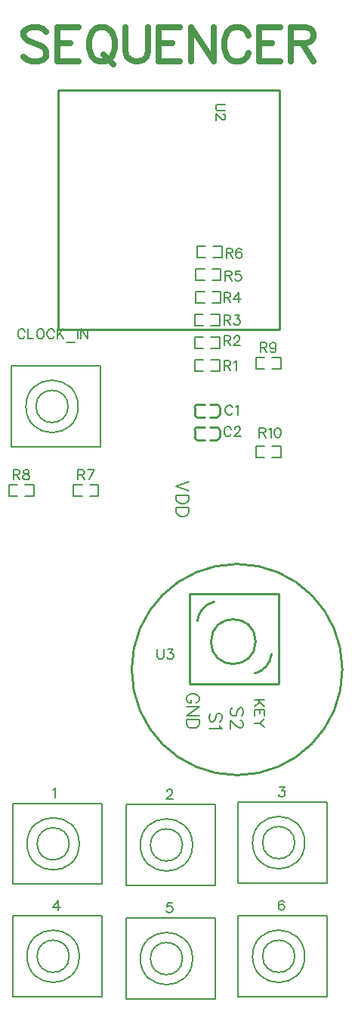
<source format=gto>
G04 Layer: TopSilkscreenLayer*
G04 EasyEDA v6.5.22, 2023-02-15 17:28:14*
G04 889346655b5e4dd39cbf71a95156414b,7be1179030e74d40a97a3c751b95adb4,10*
G04 Gerber Generator version 0.2*
G04 Scale: 100 percent, Rotated: No, Reflected: No *
G04 Dimensions in millimeters *
G04 leading zeros omitted , absolute positions ,4 integer and 5 decimal *
%FSLAX45Y45*%
%MOMM*%

%ADD10C,0.7000*%
%ADD11C,0.1524*%
%ADD12C,0.2032*%
%ADD13C,0.2540*%
%ADD14C,0.1800*%
%ADD15C,0.0196*%

%LPD*%
D10*
X-3403092Y4539995D02*
G01*
X-3439413Y4576571D01*
X-3494023Y4594605D01*
X-3566668Y4594605D01*
X-3621278Y4576571D01*
X-3657600Y4539995D01*
X-3657600Y4503673D01*
X-3639312Y4467352D01*
X-3621278Y4449063D01*
X-3584955Y4431029D01*
X-3475736Y4394707D01*
X-3439413Y4376420D01*
X-3421126Y4358386D01*
X-3403092Y4321810D01*
X-3403092Y4267454D01*
X-3439413Y4230878D01*
X-3494023Y4212844D01*
X-3566668Y4212844D01*
X-3621278Y4230878D01*
X-3657600Y4267454D01*
X-3282950Y4594605D02*
G01*
X-3282950Y4212844D01*
X-3282950Y4594605D02*
G01*
X-3046729Y4594605D01*
X-3282950Y4412742D02*
G01*
X-3137662Y4412742D01*
X-3282950Y4212844D02*
G01*
X-3046729Y4212844D01*
X-2817621Y4594605D02*
G01*
X-2853944Y4576571D01*
X-2890265Y4539995D01*
X-2908554Y4503673D01*
X-2926587Y4449063D01*
X-2926587Y4358386D01*
X-2908554Y4303776D01*
X-2890265Y4267454D01*
X-2853944Y4230878D01*
X-2817621Y4212844D01*
X-2744978Y4212844D01*
X-2708402Y4230878D01*
X-2672079Y4267454D01*
X-2654045Y4303776D01*
X-2635757Y4358386D01*
X-2635757Y4449063D01*
X-2654045Y4503673D01*
X-2672079Y4539995D01*
X-2708402Y4576571D01*
X-2744978Y4594605D01*
X-2817621Y4594605D01*
X-2763012Y4285487D02*
G01*
X-2654045Y4176521D01*
X-2515870Y4594605D02*
G01*
X-2515870Y4321810D01*
X-2497581Y4267454D01*
X-2461260Y4230878D01*
X-2406650Y4212844D01*
X-2370328Y4212844D01*
X-2315718Y4230878D01*
X-2279395Y4267454D01*
X-2261362Y4321810D01*
X-2261362Y4594605D01*
X-2141220Y4594605D02*
G01*
X-2141220Y4212844D01*
X-2141220Y4594605D02*
G01*
X-1905000Y4594605D01*
X-2141220Y4412742D02*
G01*
X-1995678Y4412742D01*
X-2141220Y4212844D02*
G01*
X-1905000Y4212844D01*
X-1784857Y4594605D02*
G01*
X-1784857Y4212844D01*
X-1784857Y4594605D02*
G01*
X-1530350Y4212844D01*
X-1530350Y4594605D02*
G01*
X-1530350Y4212844D01*
X-1137665Y4503673D02*
G01*
X-1155700Y4539995D01*
X-1192276Y4576571D01*
X-1228597Y4594605D01*
X-1301242Y4594605D01*
X-1337563Y4576571D01*
X-1373886Y4539995D01*
X-1392173Y4503673D01*
X-1410207Y4449063D01*
X-1410207Y4358386D01*
X-1392173Y4303776D01*
X-1373886Y4267454D01*
X-1337563Y4230878D01*
X-1301242Y4212844D01*
X-1228597Y4212844D01*
X-1192276Y4230878D01*
X-1155700Y4267454D01*
X-1137665Y4303776D01*
X-1017523Y4594605D02*
G01*
X-1017523Y4212844D01*
X-1017523Y4594605D02*
G01*
X-781304Y4594605D01*
X-1017523Y4412742D02*
G01*
X-872236Y4412742D01*
X-1017523Y4212844D02*
G01*
X-781304Y4212844D01*
X-661162Y4594605D02*
G01*
X-661162Y4212844D01*
X-661162Y4594605D02*
G01*
X-497586Y4594605D01*
X-442976Y4576571D01*
X-424942Y4558284D01*
X-406654Y4521962D01*
X-406654Y4485639D01*
X-424942Y4449063D01*
X-442976Y4431029D01*
X-497586Y4412742D01*
X-661162Y4412742D01*
X-533907Y4412742D02*
G01*
X-406654Y4212844D01*
D11*
X-3327400Y-3931412D02*
G01*
X-3316986Y-3926078D01*
X-3301492Y-3910584D01*
X-3301492Y-4019550D01*
X-2052320Y-3949192D02*
G01*
X-2052320Y-3944112D01*
X-2046986Y-3933697D01*
X-2041905Y-3928363D01*
X-2031492Y-3923284D01*
X-2010663Y-3923284D01*
X-2000250Y-3928363D01*
X-1995170Y-3933697D01*
X-1989836Y-3944112D01*
X-1989836Y-3954526D01*
X-1995170Y-3964939D01*
X-2005329Y-3980434D01*
X-2057400Y-4032250D01*
X-1984755Y-4032250D01*
X-789686Y-3897884D02*
G01*
X-732536Y-3897884D01*
X-763778Y-3939539D01*
X-748029Y-3939539D01*
X-737870Y-3944620D01*
X-732536Y-3949700D01*
X-727455Y-3965447D01*
X-727455Y-3975862D01*
X-732536Y-3991355D01*
X-742950Y-4001770D01*
X-758444Y-4006850D01*
X-774192Y-4006850D01*
X-789686Y-4001770D01*
X-795020Y-3996689D01*
X-800100Y-3986276D01*
X-3275329Y-5167884D02*
G01*
X-3327400Y-5240528D01*
X-3249421Y-5240528D01*
X-3275329Y-5167884D02*
G01*
X-3275329Y-5276850D01*
X-1995170Y-5193284D02*
G01*
X-2046986Y-5193284D01*
X-2052320Y-5240020D01*
X-2046986Y-5234939D01*
X-2031492Y-5229605D01*
X-2015744Y-5229605D01*
X-2000250Y-5234939D01*
X-1989836Y-5245100D01*
X-1984755Y-5260847D01*
X-1984755Y-5271262D01*
X-1989836Y-5286755D01*
X-2000250Y-5297170D01*
X-2015744Y-5302250D01*
X-2031492Y-5302250D01*
X-2046986Y-5297170D01*
X-2052320Y-5292089D01*
X-2057400Y-5281676D01*
X-737870Y-5183378D02*
G01*
X-742950Y-5172963D01*
X-758444Y-5167884D01*
X-768857Y-5167884D01*
X-784605Y-5172963D01*
X-795020Y-5188712D01*
X-800100Y-5214620D01*
X-800100Y-5240528D01*
X-795020Y-5261355D01*
X-784605Y-5271770D01*
X-768857Y-5276850D01*
X-763778Y-5276850D01*
X-748029Y-5271770D01*
X-737870Y-5261355D01*
X-732536Y-5245862D01*
X-732536Y-5240528D01*
X-737870Y-5225034D01*
X-748029Y-5214620D01*
X-763778Y-5209539D01*
X-768857Y-5209539D01*
X-784605Y-5214620D01*
X-795020Y-5225034D01*
X-800100Y-5240528D01*
X-3643121Y1194307D02*
G01*
X-3648455Y1204721D01*
X-3658870Y1215136D01*
X-3669029Y1220215D01*
X-3689857Y1220215D01*
X-3700271Y1215136D01*
X-3710686Y1204721D01*
X-3716020Y1194307D01*
X-3721100Y1178560D01*
X-3721100Y1152652D01*
X-3716020Y1137157D01*
X-3710686Y1126744D01*
X-3700271Y1116329D01*
X-3689857Y1111250D01*
X-3669029Y1111250D01*
X-3658870Y1116329D01*
X-3648455Y1126744D01*
X-3643121Y1137157D01*
X-3608831Y1220215D02*
G01*
X-3608831Y1111250D01*
X-3608831Y1111250D02*
G01*
X-3546602Y1111250D01*
X-3481070Y1220215D02*
G01*
X-3491484Y1215136D01*
X-3501897Y1204721D01*
X-3506978Y1194307D01*
X-3512312Y1178560D01*
X-3512312Y1152652D01*
X-3506978Y1137157D01*
X-3501897Y1126744D01*
X-3491484Y1116329D01*
X-3481070Y1111250D01*
X-3460242Y1111250D01*
X-3449828Y1116329D01*
X-3439413Y1126744D01*
X-3434334Y1137157D01*
X-3429000Y1152652D01*
X-3429000Y1178560D01*
X-3434334Y1194307D01*
X-3439413Y1204721D01*
X-3449828Y1215136D01*
X-3460242Y1220215D01*
X-3481070Y1220215D01*
X-3316986Y1194307D02*
G01*
X-3322065Y1204721D01*
X-3332479Y1215136D01*
X-3342894Y1220215D01*
X-3363721Y1220215D01*
X-3374136Y1215136D01*
X-3384550Y1204721D01*
X-3389629Y1194307D01*
X-3394710Y1178560D01*
X-3394710Y1152652D01*
X-3389629Y1137157D01*
X-3384550Y1126744D01*
X-3374136Y1116329D01*
X-3363721Y1111250D01*
X-3342894Y1111250D01*
X-3332479Y1116329D01*
X-3322065Y1126744D01*
X-3316986Y1137157D01*
X-3282695Y1220215D02*
G01*
X-3282695Y1111250D01*
X-3209797Y1220215D02*
G01*
X-3282695Y1147571D01*
X-3256534Y1173479D02*
G01*
X-3209797Y1111250D01*
X-3175507Y1074673D02*
G01*
X-3082036Y1074673D01*
X-3047745Y1220215D02*
G01*
X-3047745Y1111250D01*
X-3013455Y1220215D02*
G01*
X-3013455Y1111250D01*
X-3013455Y1220215D02*
G01*
X-2940812Y1111250D01*
X-2940812Y1220215D02*
G01*
X-2940812Y1111250D01*
X-1319021Y343407D02*
G01*
X-1324355Y353821D01*
X-1334770Y364236D01*
X-1344929Y369315D01*
X-1365757Y369315D01*
X-1376171Y364236D01*
X-1386586Y353821D01*
X-1391920Y343407D01*
X-1397000Y327660D01*
X-1397000Y301752D01*
X-1391920Y286257D01*
X-1386586Y275844D01*
X-1376171Y265429D01*
X-1365757Y260350D01*
X-1344929Y260350D01*
X-1334770Y265429D01*
X-1324355Y275844D01*
X-1319021Y286257D01*
X-1284731Y348487D02*
G01*
X-1274318Y353821D01*
X-1258823Y369315D01*
X-1258823Y260350D01*
X-1331721Y102107D02*
G01*
X-1337055Y112521D01*
X-1347470Y122936D01*
X-1357629Y128015D01*
X-1378457Y128015D01*
X-1388871Y122936D01*
X-1399286Y112521D01*
X-1404620Y102107D01*
X-1409700Y86360D01*
X-1409700Y60452D01*
X-1404620Y44957D01*
X-1399286Y34544D01*
X-1388871Y24129D01*
X-1378457Y19050D01*
X-1357629Y19050D01*
X-1347470Y24129D01*
X-1337055Y34544D01*
X-1331721Y44957D01*
X-1292352Y102107D02*
G01*
X-1292352Y107187D01*
X-1287018Y117602D01*
X-1281937Y122936D01*
X-1271523Y128015D01*
X-1250695Y128015D01*
X-1240281Y122936D01*
X-1235202Y117602D01*
X-1229868Y107187D01*
X-1229868Y96773D01*
X-1235202Y86360D01*
X-1245615Y70865D01*
X-1297431Y19050D01*
X-1224787Y19050D01*
X-1409700Y864615D02*
G01*
X-1409700Y755650D01*
X-1409700Y864615D02*
G01*
X-1362963Y864615D01*
X-1347470Y859536D01*
X-1342136Y854202D01*
X-1337055Y843787D01*
X-1337055Y833373D01*
X-1342136Y822960D01*
X-1347470Y817879D01*
X-1362963Y812800D01*
X-1409700Y812800D01*
X-1373378Y812800D02*
G01*
X-1337055Y755650D01*
X-1302765Y843787D02*
G01*
X-1292352Y849121D01*
X-1276604Y864615D01*
X-1276604Y755650D01*
X-1409700Y1144015D02*
G01*
X-1409700Y1035050D01*
X-1409700Y1144015D02*
G01*
X-1362963Y1144015D01*
X-1347470Y1138936D01*
X-1342136Y1133602D01*
X-1337055Y1123187D01*
X-1337055Y1112773D01*
X-1342136Y1102360D01*
X-1347470Y1097279D01*
X-1362963Y1092200D01*
X-1409700Y1092200D01*
X-1373378Y1092200D02*
G01*
X-1337055Y1035050D01*
X-1297431Y1118107D02*
G01*
X-1297431Y1123187D01*
X-1292352Y1133602D01*
X-1287018Y1138936D01*
X-1276604Y1144015D01*
X-1256029Y1144015D01*
X-1245615Y1138936D01*
X-1240281Y1133602D01*
X-1235202Y1123187D01*
X-1235202Y1112773D01*
X-1240281Y1102360D01*
X-1250695Y1086865D01*
X-1302765Y1035050D01*
X-1229868Y1035050D01*
X-1409700Y1372615D02*
G01*
X-1409700Y1263650D01*
X-1409700Y1372615D02*
G01*
X-1362963Y1372615D01*
X-1347470Y1367536D01*
X-1342136Y1362202D01*
X-1337055Y1351787D01*
X-1337055Y1341373D01*
X-1342136Y1330960D01*
X-1347470Y1325879D01*
X-1362963Y1320800D01*
X-1409700Y1320800D01*
X-1373378Y1320800D02*
G01*
X-1337055Y1263650D01*
X-1292352Y1372615D02*
G01*
X-1235202Y1372615D01*
X-1266189Y1330960D01*
X-1250695Y1330960D01*
X-1240281Y1325879D01*
X-1235202Y1320800D01*
X-1229868Y1305052D01*
X-1229868Y1294637D01*
X-1235202Y1279144D01*
X-1245615Y1268729D01*
X-1261110Y1263650D01*
X-1276604Y1263650D01*
X-1292352Y1268729D01*
X-1297431Y1273810D01*
X-1302765Y1284223D01*
X-1409700Y1626615D02*
G01*
X-1409700Y1517650D01*
X-1409700Y1626615D02*
G01*
X-1362963Y1626615D01*
X-1347470Y1621536D01*
X-1342136Y1616202D01*
X-1337055Y1605787D01*
X-1337055Y1595373D01*
X-1342136Y1584960D01*
X-1347470Y1579879D01*
X-1362963Y1574800D01*
X-1409700Y1574800D01*
X-1373378Y1574800D02*
G01*
X-1337055Y1517650D01*
X-1250695Y1626615D02*
G01*
X-1302765Y1553971D01*
X-1224787Y1553971D01*
X-1250695Y1626615D02*
G01*
X-1250695Y1517650D01*
X-1397000Y1867915D02*
G01*
X-1397000Y1758950D01*
X-1397000Y1867915D02*
G01*
X-1350263Y1867915D01*
X-1334770Y1862836D01*
X-1329436Y1857502D01*
X-1324355Y1847087D01*
X-1324355Y1836673D01*
X-1329436Y1826260D01*
X-1334770Y1821179D01*
X-1350263Y1816100D01*
X-1397000Y1816100D01*
X-1360678Y1816100D02*
G01*
X-1324355Y1758950D01*
X-1227581Y1867915D02*
G01*
X-1279652Y1867915D01*
X-1284731Y1821179D01*
X-1279652Y1826260D01*
X-1263904Y1831594D01*
X-1248410Y1831594D01*
X-1232915Y1826260D01*
X-1222502Y1816100D01*
X-1217168Y1800352D01*
X-1217168Y1789937D01*
X-1222502Y1774444D01*
X-1232915Y1764029D01*
X-1248410Y1758950D01*
X-1263904Y1758950D01*
X-1279652Y1764029D01*
X-1284731Y1769110D01*
X-1290065Y1779523D01*
X-1384300Y2121915D02*
G01*
X-1384300Y2012950D01*
X-1384300Y2121915D02*
G01*
X-1337563Y2121915D01*
X-1322070Y2116836D01*
X-1316736Y2111502D01*
X-1311655Y2101087D01*
X-1311655Y2090673D01*
X-1316736Y2080260D01*
X-1322070Y2075179D01*
X-1337563Y2070100D01*
X-1384300Y2070100D01*
X-1347978Y2070100D02*
G01*
X-1311655Y2012950D01*
X-1214881Y2106421D02*
G01*
X-1220215Y2116836D01*
X-1235710Y2121915D01*
X-1246123Y2121915D01*
X-1261618Y2116836D01*
X-1272031Y2101087D01*
X-1277365Y2075179D01*
X-1277365Y2049271D01*
X-1272031Y2028444D01*
X-1261618Y2018029D01*
X-1246123Y2012950D01*
X-1240789Y2012950D01*
X-1225295Y2018029D01*
X-1214881Y2028444D01*
X-1209802Y2043937D01*
X-1209802Y2049271D01*
X-1214881Y2064765D01*
X-1225295Y2075179D01*
X-1240789Y2080260D01*
X-1246123Y2080260D01*
X-1261618Y2075179D01*
X-1272031Y2064765D01*
X-1277365Y2049271D01*
X-3048000Y-354584D02*
G01*
X-3048000Y-463550D01*
X-3048000Y-354584D02*
G01*
X-3001263Y-354584D01*
X-2985770Y-359663D01*
X-2980436Y-364997D01*
X-2975355Y-375412D01*
X-2975355Y-385826D01*
X-2980436Y-396239D01*
X-2985770Y-401320D01*
X-3001263Y-406400D01*
X-3048000Y-406400D01*
X-3011678Y-406400D02*
G01*
X-2975355Y-463550D01*
X-2868168Y-354584D02*
G01*
X-2920237Y-463550D01*
X-2941065Y-354584D02*
G01*
X-2868168Y-354584D01*
X-3771900Y-354584D02*
G01*
X-3771900Y-463550D01*
X-3771900Y-354584D02*
G01*
X-3725163Y-354584D01*
X-3709670Y-359663D01*
X-3704336Y-364997D01*
X-3699255Y-375412D01*
X-3699255Y-385826D01*
X-3704336Y-396239D01*
X-3709670Y-401320D01*
X-3725163Y-406400D01*
X-3771900Y-406400D01*
X-3735578Y-406400D02*
G01*
X-3699255Y-463550D01*
X-3638804Y-354584D02*
G01*
X-3654552Y-359663D01*
X-3659631Y-370078D01*
X-3659631Y-380492D01*
X-3654552Y-390905D01*
X-3644137Y-396239D01*
X-3623310Y-401320D01*
X-3607815Y-406400D01*
X-3597402Y-416813D01*
X-3592068Y-427228D01*
X-3592068Y-442976D01*
X-3597402Y-453389D01*
X-3602481Y-458470D01*
X-3618229Y-463550D01*
X-3638804Y-463550D01*
X-3654552Y-458470D01*
X-3659631Y-453389D01*
X-3664965Y-442976D01*
X-3664965Y-427228D01*
X-3659631Y-416813D01*
X-3649218Y-406400D01*
X-3633723Y-401320D01*
X-3612895Y-396239D01*
X-3602481Y-390905D01*
X-3597402Y-380492D01*
X-3597402Y-370078D01*
X-3602481Y-359663D01*
X-3618229Y-354584D01*
X-3638804Y-354584D01*
X-1003300Y1067815D02*
G01*
X-1003300Y958850D01*
X-1003300Y1067815D02*
G01*
X-956563Y1067815D01*
X-941070Y1062736D01*
X-935736Y1057402D01*
X-930655Y1046987D01*
X-930655Y1036573D01*
X-935736Y1026160D01*
X-941070Y1021079D01*
X-956563Y1016000D01*
X-1003300Y1016000D01*
X-966978Y1016000D02*
G01*
X-930655Y958850D01*
X-828802Y1031494D02*
G01*
X-833881Y1016000D01*
X-844295Y1005586D01*
X-859789Y1000252D01*
X-865123Y1000252D01*
X-880618Y1005586D01*
X-891031Y1016000D01*
X-896365Y1031494D01*
X-896365Y1036573D01*
X-891031Y1052321D01*
X-880618Y1062736D01*
X-865123Y1067815D01*
X-859789Y1067815D01*
X-844295Y1062736D01*
X-833881Y1052321D01*
X-828802Y1031494D01*
X-828802Y1005586D01*
X-833881Y979423D01*
X-844295Y963929D01*
X-859789Y958850D01*
X-870204Y958850D01*
X-885952Y963929D01*
X-891031Y974344D01*
X-1016000Y115315D02*
G01*
X-1016000Y6350D01*
X-1016000Y115315D02*
G01*
X-969263Y115315D01*
X-953770Y110236D01*
X-948436Y104902D01*
X-943355Y94487D01*
X-943355Y84073D01*
X-948436Y73660D01*
X-953770Y68579D01*
X-969263Y63500D01*
X-1016000Y63500D01*
X-979678Y63500D02*
G01*
X-943355Y6350D01*
X-909065Y94487D02*
G01*
X-898652Y99821D01*
X-882904Y115315D01*
X-882904Y6350D01*
X-817626Y115315D02*
G01*
X-833120Y110236D01*
X-843534Y94487D01*
X-848613Y68579D01*
X-848613Y53086D01*
X-843534Y26923D01*
X-833120Y11429D01*
X-817626Y6350D01*
X-807212Y6350D01*
X-791463Y11429D01*
X-781050Y26923D01*
X-775970Y53086D01*
X-775970Y68579D01*
X-781050Y94487D01*
X-791463Y110236D01*
X-807212Y115315D01*
X-817626Y115315D01*
X-1395984Y3733800D02*
G01*
X-1473962Y3733800D01*
X-1489455Y3728720D01*
X-1499870Y3718305D01*
X-1504950Y3702557D01*
X-1504950Y3692144D01*
X-1499870Y3676650D01*
X-1489455Y3666236D01*
X-1473962Y3661155D01*
X-1395984Y3661155D01*
X-1421892Y3621531D02*
G01*
X-1416812Y3621531D01*
X-1406397Y3616452D01*
X-1401063Y3611118D01*
X-1395984Y3600704D01*
X-1395984Y3580129D01*
X-1401063Y3569715D01*
X-1406397Y3564381D01*
X-1416812Y3559302D01*
X-1427226Y3559302D01*
X-1437639Y3564381D01*
X-1453134Y3574795D01*
X-1504950Y3626865D01*
X-1504950Y3553968D01*
D12*
X-1804382Y-482508D02*
G01*
X-1947638Y-537118D01*
X-1804382Y-591728D02*
G01*
X-1947638Y-537118D01*
X-1804382Y-636686D02*
G01*
X-1947638Y-636686D01*
X-1804382Y-636686D02*
G01*
X-1804382Y-684438D01*
X-1811240Y-705012D01*
X-1824956Y-718474D01*
X-1838418Y-725332D01*
X-1858992Y-732190D01*
X-1893028Y-732190D01*
X-1913602Y-725332D01*
X-1927064Y-718474D01*
X-1940780Y-705012D01*
X-1947638Y-684438D01*
X-1947638Y-636686D01*
X-1804382Y-777148D02*
G01*
X-1947638Y-777148D01*
X-1804382Y-777148D02*
G01*
X-1804382Y-824900D01*
X-1811240Y-845220D01*
X-1824956Y-858936D01*
X-1838418Y-865794D01*
X-1858992Y-872652D01*
X-1893028Y-872652D01*
X-1913602Y-865794D01*
X-1927064Y-858936D01*
X-1940780Y-845220D01*
X-1947638Y-824900D01*
X-1947638Y-777148D01*
X-958298Y-2920893D02*
G01*
X-1072852Y-2920893D01*
X-958298Y-2997347D02*
G01*
X-1034752Y-2920893D01*
X-1007574Y-2948325D02*
G01*
X-1072852Y-2997347D01*
X-958298Y-3033415D02*
G01*
X-1072852Y-3033415D01*
X-958298Y-3033415D02*
G01*
X-958298Y-3104281D01*
X-1012908Y-3033415D02*
G01*
X-1012908Y-3077103D01*
X-1072852Y-3033415D02*
G01*
X-1072852Y-3104281D01*
X-958298Y-3140349D02*
G01*
X-1012908Y-3183783D01*
X-1072852Y-3183783D01*
X-958298Y-3227471D02*
G01*
X-1012908Y-3183783D01*
X-1215351Y-3105304D02*
G01*
X-1201635Y-3091842D01*
X-1194777Y-3071268D01*
X-1194777Y-3044090D01*
X-1201635Y-3023516D01*
X-1215351Y-3009800D01*
X-1228813Y-3009800D01*
X-1242529Y-3016658D01*
X-1249387Y-3023516D01*
X-1256245Y-3037232D01*
X-1269961Y-3078126D01*
X-1276565Y-3091842D01*
X-1283423Y-3098446D01*
X-1297139Y-3105304D01*
X-1317459Y-3105304D01*
X-1331175Y-3091842D01*
X-1338033Y-3071268D01*
X-1338033Y-3044090D01*
X-1331175Y-3023516D01*
X-1317459Y-3009800D01*
X-1228813Y-3157120D02*
G01*
X-1222209Y-3157120D01*
X-1208493Y-3163978D01*
X-1201635Y-3170836D01*
X-1194777Y-3184552D01*
X-1194777Y-3211730D01*
X-1201635Y-3225446D01*
X-1208493Y-3232304D01*
X-1222209Y-3238908D01*
X-1235671Y-3238908D01*
X-1249387Y-3232304D01*
X-1269961Y-3218588D01*
X-1338033Y-3150262D01*
X-1338033Y-3245766D01*
X-1456651Y-3168804D02*
G01*
X-1442935Y-3155342D01*
X-1436077Y-3134768D01*
X-1436077Y-3107590D01*
X-1442935Y-3087016D01*
X-1456651Y-3073300D01*
X-1470113Y-3073300D01*
X-1483829Y-3080158D01*
X-1490687Y-3087016D01*
X-1497545Y-3100732D01*
X-1511261Y-3141626D01*
X-1517865Y-3155342D01*
X-1524723Y-3161946D01*
X-1538439Y-3168804D01*
X-1558759Y-3168804D01*
X-1572475Y-3155342D01*
X-1579333Y-3134768D01*
X-1579333Y-3107590D01*
X-1572475Y-3087016D01*
X-1558759Y-3073300D01*
X-1463509Y-3213762D02*
G01*
X-1456651Y-3227478D01*
X-1436077Y-3248052D01*
X-1579333Y-3248052D01*
X-1724113Y-2959762D02*
G01*
X-1710651Y-2952904D01*
X-1696935Y-2939442D01*
X-1690077Y-2925726D01*
X-1690077Y-2898294D01*
X-1696935Y-2884832D01*
X-1710651Y-2871116D01*
X-1724113Y-2864258D01*
X-1744687Y-2857400D01*
X-1778723Y-2857400D01*
X-1799297Y-2864258D01*
X-1812759Y-2871116D01*
X-1826475Y-2884832D01*
X-1833333Y-2898294D01*
X-1833333Y-2925726D01*
X-1826475Y-2939442D01*
X-1812759Y-2952904D01*
X-1799297Y-2959762D01*
X-1778723Y-2959762D01*
X-1778723Y-2925726D02*
G01*
X-1778723Y-2959762D01*
X-1690077Y-3004720D02*
G01*
X-1833333Y-3004720D01*
X-1690077Y-3004720D02*
G01*
X-1833333Y-3100224D01*
X-1690077Y-3100224D02*
G01*
X-1833333Y-3100224D01*
X-1690077Y-3145182D02*
G01*
X-1833333Y-3145182D01*
X-1690077Y-3145182D02*
G01*
X-1690077Y-3192934D01*
X-1696935Y-3213508D01*
X-1710651Y-3226970D01*
X-1724113Y-3233828D01*
X-1744687Y-3240686D01*
X-1778723Y-3240686D01*
X-1799297Y-3233828D01*
X-1812759Y-3226970D01*
X-1826475Y-3213508D01*
X-1833333Y-3192934D01*
X-1833333Y-3145182D01*
D11*
X-2159000Y-2361184D02*
G01*
X-2159000Y-2439162D01*
X-2153920Y-2454655D01*
X-2143505Y-2465070D01*
X-2127757Y-2470150D01*
X-2117344Y-2470150D01*
X-2101850Y-2465070D01*
X-2091436Y-2454655D01*
X-2086355Y-2439162D01*
X-2086355Y-2361184D01*
X-2041652Y-2361184D02*
G01*
X-1984502Y-2361184D01*
X-2015489Y-2402839D01*
X-1999995Y-2402839D01*
X-1989581Y-2407920D01*
X-1984502Y-2413000D01*
X-1979168Y-2428747D01*
X-1979168Y-2439162D01*
X-1984502Y-2454655D01*
X-1994915Y-2465070D01*
X-2010410Y-2470150D01*
X-2025904Y-2470150D01*
X-2041652Y-2465070D01*
X-2046731Y-2459989D01*
X-2052065Y-2449576D01*
D13*
X-3270250Y3892550D02*
G01*
X-793750Y3892550D01*
X-793750Y1212850D01*
X-3270250Y1212850D01*
X-3270250Y3892550D01*
D14*
X-3782390Y-4083913D02*
G01*
X-2782392Y-4083913D01*
X-2782392Y-4983911D01*
X-3782390Y-4983911D01*
X-3782390Y-4083913D01*
X-2512390Y-4096613D02*
G01*
X-1512392Y-4096613D01*
X-1512392Y-4996611D01*
X-2512390Y-4996611D01*
X-2512390Y-4096613D01*
X-1255090Y-4071213D02*
G01*
X-255092Y-4071213D01*
X-255092Y-4971211D01*
X-1255090Y-4971211D01*
X-1255090Y-4071213D01*
X-3782390Y-5341213D02*
G01*
X-2782392Y-5341213D01*
X-2782392Y-6241211D01*
X-3782390Y-6241211D01*
X-3782390Y-5341213D01*
X-2512390Y-5366613D02*
G01*
X-1512392Y-5366613D01*
X-1512392Y-6266611D01*
X-2512390Y-6266611D01*
X-2512390Y-5366613D01*
X-1255090Y-5341213D02*
G01*
X-255092Y-5341213D01*
X-255092Y-6241211D01*
X-1255090Y-6241211D01*
X-1255090Y-5341213D01*
X-3795090Y805586D02*
G01*
X-2795092Y805586D01*
X-2795092Y-94411D01*
X-3795090Y-94411D01*
X-3795090Y805586D01*
D13*
X-1461198Y344777D02*
G01*
X-1461198Y264774D01*
X-1572173Y375762D02*
G01*
X-1492176Y375762D01*
X-1572173Y233796D02*
G01*
X-1492176Y233796D01*
X-1629763Y376344D02*
G01*
X-1709762Y376344D01*
X-1740745Y345361D02*
G01*
X-1740745Y265363D01*
X-1629763Y234383D02*
G01*
X-1709762Y234383D01*
X-1461198Y90777D02*
G01*
X-1461198Y10774D01*
X-1572173Y121762D02*
G01*
X-1492176Y121762D01*
X-1572173Y-20203D02*
G01*
X-1492176Y-20203D01*
X-1629763Y122344D02*
G01*
X-1709762Y122344D01*
X-1740745Y91361D02*
G01*
X-1740745Y11363D01*
X-1629763Y-19616D02*
G01*
X-1709762Y-19616D01*
D11*
X-1557578Y746739D02*
G01*
X-1461691Y746739D01*
X-1461691Y878860D01*
X-1557578Y878860D01*
X-1642821Y746739D02*
G01*
X-1738708Y746739D01*
X-1738708Y878860D01*
X-1642821Y878860D01*
X-1557578Y1000739D02*
G01*
X-1461691Y1000739D01*
X-1461691Y1132860D01*
X-1557578Y1132860D01*
X-1642821Y1000739D02*
G01*
X-1738708Y1000739D01*
X-1738708Y1132860D01*
X-1642821Y1132860D01*
X-1557578Y1254739D02*
G01*
X-1461691Y1254739D01*
X-1461691Y1386860D01*
X-1557578Y1386860D01*
X-1642821Y1254739D02*
G01*
X-1738708Y1254739D01*
X-1738708Y1386860D01*
X-1642821Y1386860D01*
X-1544878Y1508739D02*
G01*
X-1448991Y1508739D01*
X-1448991Y1640860D01*
X-1544878Y1640860D01*
X-1630121Y1508739D02*
G01*
X-1726008Y1508739D01*
X-1726008Y1640860D01*
X-1630121Y1640860D01*
X-1544878Y1762739D02*
G01*
X-1448991Y1762739D01*
X-1448991Y1894860D01*
X-1544878Y1894860D01*
X-1630121Y1762739D02*
G01*
X-1726008Y1762739D01*
X-1726008Y1894860D01*
X-1630121Y1894860D01*
X-1532178Y2016739D02*
G01*
X-1436291Y2016739D01*
X-1436291Y2148860D01*
X-1532178Y2148860D01*
X-1617421Y2016739D02*
G01*
X-1713308Y2016739D01*
X-1713308Y2148860D01*
X-1617421Y2148860D01*
X-3001721Y-518139D02*
G01*
X-3097608Y-518139D01*
X-3097608Y-650260D01*
X-3001721Y-650260D01*
X-2916478Y-518139D02*
G01*
X-2820591Y-518139D01*
X-2820591Y-650260D01*
X-2916478Y-650260D01*
X-3640378Y-650260D02*
G01*
X-3544491Y-650260D01*
X-3544491Y-518139D01*
X-3640378Y-518139D01*
X-3725621Y-650260D02*
G01*
X-3821508Y-650260D01*
X-3821508Y-518139D01*
X-3725621Y-518139D01*
X-957021Y904260D02*
G01*
X-1052908Y904260D01*
X-1052908Y772139D01*
X-957021Y772139D01*
X-871778Y904260D02*
G01*
X-775891Y904260D01*
X-775891Y772139D01*
X-871778Y772139D01*
X-871778Y-218460D02*
G01*
X-775891Y-218460D01*
X-775891Y-86339D01*
X-871778Y-86339D01*
X-957021Y-218460D02*
G01*
X-1052908Y-218460D01*
X-1052908Y-86339D01*
X-957021Y-86339D01*
D13*
X-800094Y-2743192D02*
G01*
X-1800092Y-2743192D01*
X-1800092Y-1743194D01*
X-800094Y-1743194D01*
X-800094Y-2743192D01*
G75*
G01*
X-1740751Y345361D02*
G02*
X-1709768Y376344I30983J0D01*
G75*
G01*
X-1709768Y234378D02*
G02*
X-1740751Y265364I0J30983D01*
G75*
G01*
X-1492181Y375763D02*
G02*
X-1461199Y344777I0J-30983D01*
G75*
G01*
X-1461199Y264780D02*
G02*
X-1492181Y233797I-30982J0D01*
G75*
G01*
X-1740751Y91361D02*
G02*
X-1709768Y122344I30983J0D01*
G75*
G01*
X-1709768Y-19622D02*
G02*
X-1740751Y11364I0J30983D01*
G75*
G01*
X-1492181Y121763D02*
G02*
X-1461199Y90777I0J-30983D01*
G75*
G01*
X-1461199Y10780D02*
G02*
X-1492181Y-20203I-30982J0D01*
G75*
G01*
X-1066800Y-2628900D02*
G03*
X-878853Y-2412274I-60708J242517D01*
G75*
G01*
X-1524000Y-1828800D02*
G03*
X-1711947Y-2045426I60708J-242517D01*
D14*
G75*
G01
X-3147390Y-4533900D02*
G03X-3147390Y-4533900I-180010J0D01*
G75*
G01
X-3034894Y-4533900D02*
G03X-3034894Y-4533900I-292506J0D01*
G75*
G01
X-1877390Y-4546600D02*
G03X-1877390Y-4546600I-180010J0D01*
G75*
G01
X-1764894Y-4546600D02*
G03X-1764894Y-4546600I-292506J0D01*
G75*
G01
X-620090Y-4521200D02*
G03X-620090Y-4521200I-180010J0D01*
G75*
G01
X-507594Y-4521200D02*
G03X-507594Y-4521200I-292506J0D01*
G75*
G01
X-3147390Y-5791200D02*
G03X-3147390Y-5791200I-180010J0D01*
G75*
G01
X-3034894Y-5791200D02*
G03X-3034894Y-5791200I-292506J0D01*
G75*
G01
X-1877390Y-5816600D02*
G03X-1877390Y-5816600I-180010J0D01*
G75*
G01
X-1764894Y-5816600D02*
G03X-1764894Y-5816600I-292506J0D01*
G75*
G01
X-620090Y-5791200D02*
G03X-620090Y-5791200I-180010J0D01*
G75*
G01
X-507594Y-5791200D02*
G03X-507594Y-5791200I-292506J0D01*
G75*
G01
X-3160090Y355600D02*
G03X-3160090Y355600I-180010J0D01*
G75*
G01
X-3047594Y355600D02*
G03X-3047594Y355600I-292506J0D01*
D13*
G75*
G01
X-86208Y-2586177D02*
G03X-86208Y-2586177I-1180008J0D01*
G75*
G01
X-1058088Y-2273300D02*
G03X-1058088Y-2273300I-250012J0D01*
M02*

</source>
